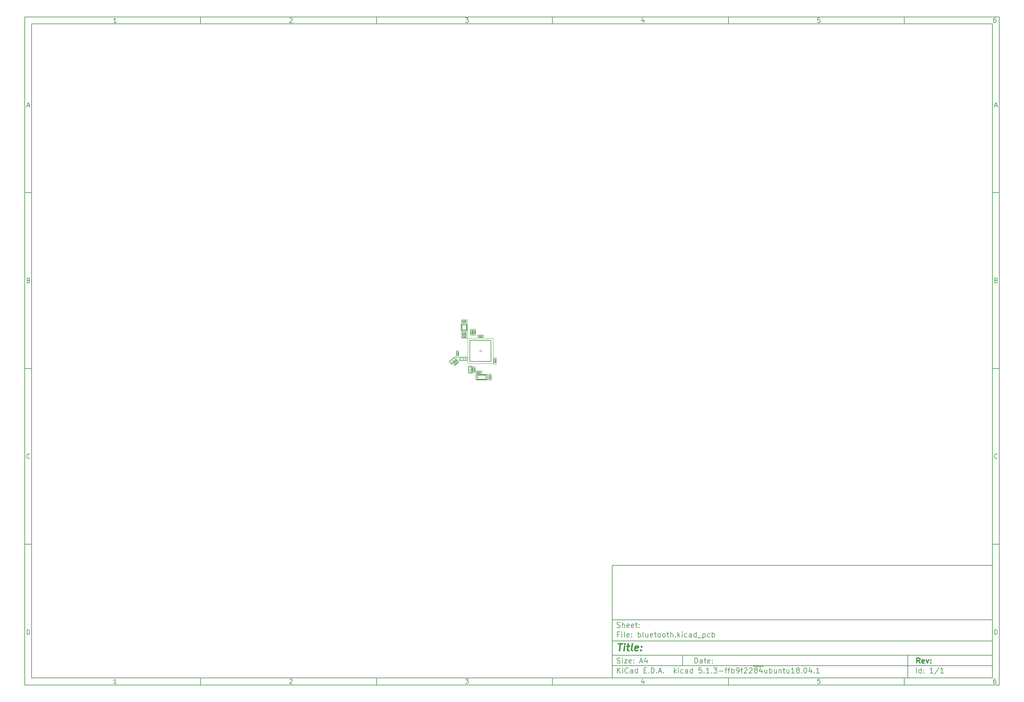
<source format=gbr>
%TF.GenerationSoftware,KiCad,Pcbnew,5.1.3-ffb9f22~84~ubuntu18.04.1*%
%TF.CreationDate,2019-07-25T20:13:38+03:00*%
%TF.ProjectId,bluetooth,626c7565-746f-46f7-9468-2e6b69636164,rev?*%
%TF.SameCoordinates,Original*%
%TF.FileFunction,Other,User*%
%FSLAX45Y45*%
G04 Gerber Fmt 4.5, Leading zero omitted, Abs format (unit mm)*
G04 Created by KiCad (PCBNEW 5.1.3-ffb9f22~84~ubuntu18.04.1) date 2019-07-25 20:13:38*
%MOMM*%
%LPD*%
G04 APERTURE LIST*
%ADD10C,0.100000*%
%ADD11C,0.150000*%
%ADD12C,0.300000*%
%ADD13C,0.400000*%
%ADD14C,0.200000*%
G04 APERTURE END LIST*
D10*
D11*
X17700220Y-16600720D02*
X17700220Y-19800720D01*
X28500220Y-19800720D01*
X28500220Y-16600720D01*
X17700220Y-16600720D01*
D10*
D11*
X1000000Y-1000000D02*
X1000000Y-20000720D01*
X28700220Y-20000720D01*
X28700220Y-1000000D01*
X1000000Y-1000000D01*
D10*
D11*
X1200000Y-1200000D02*
X1200000Y-19800720D01*
X28500220Y-19800720D01*
X28500220Y-1200000D01*
X1200000Y-1200000D01*
D10*
D11*
X6000000Y-1200000D02*
X6000000Y-1000000D01*
D10*
D11*
X11000000Y-1200000D02*
X11000000Y-1000000D01*
D10*
D11*
X16000000Y-1200000D02*
X16000000Y-1000000D01*
D10*
D11*
X21000000Y-1200000D02*
X21000000Y-1000000D01*
D10*
D11*
X26000000Y-1200000D02*
X26000000Y-1000000D01*
D10*
D11*
X3606548Y-1158810D02*
X3532262Y-1158810D01*
X3569405Y-1158810D02*
X3569405Y-1028809D01*
X3557024Y-1047381D01*
X3544643Y-1059762D01*
X3532262Y-1065952D01*
D10*
D11*
X8532262Y-1041190D02*
X8538452Y-1035000D01*
X8550833Y-1028809D01*
X8581786Y-1028809D01*
X8594167Y-1035000D01*
X8600357Y-1041190D01*
X8606548Y-1053571D01*
X8606548Y-1065952D01*
X8600357Y-1084524D01*
X8526071Y-1158810D01*
X8606548Y-1158810D01*
D10*
D11*
X13526071Y-1028809D02*
X13606548Y-1028809D01*
X13563214Y-1078333D01*
X13581786Y-1078333D01*
X13594167Y-1084524D01*
X13600357Y-1090714D01*
X13606548Y-1103095D01*
X13606548Y-1134048D01*
X13600357Y-1146429D01*
X13594167Y-1152619D01*
X13581786Y-1158810D01*
X13544643Y-1158810D01*
X13532262Y-1152619D01*
X13526071Y-1146429D01*
D10*
D11*
X18594167Y-1072143D02*
X18594167Y-1158810D01*
X18563214Y-1022619D02*
X18532262Y-1115476D01*
X18612738Y-1115476D01*
D10*
D11*
X23600357Y-1028809D02*
X23538452Y-1028809D01*
X23532262Y-1090714D01*
X23538452Y-1084524D01*
X23550833Y-1078333D01*
X23581786Y-1078333D01*
X23594167Y-1084524D01*
X23600357Y-1090714D01*
X23606548Y-1103095D01*
X23606548Y-1134048D01*
X23600357Y-1146429D01*
X23594167Y-1152619D01*
X23581786Y-1158810D01*
X23550833Y-1158810D01*
X23538452Y-1152619D01*
X23532262Y-1146429D01*
D10*
D11*
X28594167Y-1028809D02*
X28569405Y-1028809D01*
X28557024Y-1035000D01*
X28550833Y-1041190D01*
X28538452Y-1059762D01*
X28532262Y-1084524D01*
X28532262Y-1134048D01*
X28538452Y-1146429D01*
X28544643Y-1152619D01*
X28557024Y-1158810D01*
X28581786Y-1158810D01*
X28594167Y-1152619D01*
X28600357Y-1146429D01*
X28606548Y-1134048D01*
X28606548Y-1103095D01*
X28600357Y-1090714D01*
X28594167Y-1084524D01*
X28581786Y-1078333D01*
X28557024Y-1078333D01*
X28544643Y-1084524D01*
X28538452Y-1090714D01*
X28532262Y-1103095D01*
D10*
D11*
X6000000Y-19800720D02*
X6000000Y-20000720D01*
D10*
D11*
X11000000Y-19800720D02*
X11000000Y-20000720D01*
D10*
D11*
X16000000Y-19800720D02*
X16000000Y-20000720D01*
D10*
D11*
X21000000Y-19800720D02*
X21000000Y-20000720D01*
D10*
D11*
X26000000Y-19800720D02*
X26000000Y-20000720D01*
D10*
D11*
X3606548Y-19959530D02*
X3532262Y-19959530D01*
X3569405Y-19959530D02*
X3569405Y-19829530D01*
X3557024Y-19848101D01*
X3544643Y-19860482D01*
X3532262Y-19866672D01*
D10*
D11*
X8532262Y-19841910D02*
X8538452Y-19835720D01*
X8550833Y-19829530D01*
X8581786Y-19829530D01*
X8594167Y-19835720D01*
X8600357Y-19841910D01*
X8606548Y-19854291D01*
X8606548Y-19866672D01*
X8600357Y-19885244D01*
X8526071Y-19959530D01*
X8606548Y-19959530D01*
D10*
D11*
X13526071Y-19829530D02*
X13606548Y-19829530D01*
X13563214Y-19879053D01*
X13581786Y-19879053D01*
X13594167Y-19885244D01*
X13600357Y-19891434D01*
X13606548Y-19903815D01*
X13606548Y-19934768D01*
X13600357Y-19947149D01*
X13594167Y-19953339D01*
X13581786Y-19959530D01*
X13544643Y-19959530D01*
X13532262Y-19953339D01*
X13526071Y-19947149D01*
D10*
D11*
X18594167Y-19872863D02*
X18594167Y-19959530D01*
X18563214Y-19823339D02*
X18532262Y-19916196D01*
X18612738Y-19916196D01*
D10*
D11*
X23600357Y-19829530D02*
X23538452Y-19829530D01*
X23532262Y-19891434D01*
X23538452Y-19885244D01*
X23550833Y-19879053D01*
X23581786Y-19879053D01*
X23594167Y-19885244D01*
X23600357Y-19891434D01*
X23606548Y-19903815D01*
X23606548Y-19934768D01*
X23600357Y-19947149D01*
X23594167Y-19953339D01*
X23581786Y-19959530D01*
X23550833Y-19959530D01*
X23538452Y-19953339D01*
X23532262Y-19947149D01*
D10*
D11*
X28594167Y-19829530D02*
X28569405Y-19829530D01*
X28557024Y-19835720D01*
X28550833Y-19841910D01*
X28538452Y-19860482D01*
X28532262Y-19885244D01*
X28532262Y-19934768D01*
X28538452Y-19947149D01*
X28544643Y-19953339D01*
X28557024Y-19959530D01*
X28581786Y-19959530D01*
X28594167Y-19953339D01*
X28600357Y-19947149D01*
X28606548Y-19934768D01*
X28606548Y-19903815D01*
X28600357Y-19891434D01*
X28594167Y-19885244D01*
X28581786Y-19879053D01*
X28557024Y-19879053D01*
X28544643Y-19885244D01*
X28538452Y-19891434D01*
X28532262Y-19903815D01*
D10*
D11*
X1000000Y-6000000D02*
X1200000Y-6000000D01*
D10*
D11*
X1000000Y-11000000D02*
X1200000Y-11000000D01*
D10*
D11*
X1000000Y-16000000D02*
X1200000Y-16000000D01*
D10*
D11*
X1069048Y-3521667D02*
X1130952Y-3521667D01*
X1056667Y-3558809D02*
X1100000Y-3428809D01*
X1143333Y-3558809D01*
D10*
D11*
X1109286Y-8490714D02*
X1127857Y-8496905D01*
X1134048Y-8503095D01*
X1140238Y-8515476D01*
X1140238Y-8534048D01*
X1134048Y-8546429D01*
X1127857Y-8552619D01*
X1115476Y-8558810D01*
X1065952Y-8558810D01*
X1065952Y-8428810D01*
X1109286Y-8428810D01*
X1121667Y-8435000D01*
X1127857Y-8441190D01*
X1134048Y-8453571D01*
X1134048Y-8465952D01*
X1127857Y-8478333D01*
X1121667Y-8484524D01*
X1109286Y-8490714D01*
X1065952Y-8490714D01*
D10*
D11*
X1140238Y-13546428D02*
X1134048Y-13552619D01*
X1115476Y-13558809D01*
X1103095Y-13558809D01*
X1084524Y-13552619D01*
X1072143Y-13540238D01*
X1065952Y-13527857D01*
X1059762Y-13503095D01*
X1059762Y-13484524D01*
X1065952Y-13459762D01*
X1072143Y-13447381D01*
X1084524Y-13435000D01*
X1103095Y-13428809D01*
X1115476Y-13428809D01*
X1134048Y-13435000D01*
X1140238Y-13441190D01*
D10*
D11*
X1065952Y-18558810D02*
X1065952Y-18428810D01*
X1096905Y-18428810D01*
X1115476Y-18435000D01*
X1127857Y-18447381D01*
X1134048Y-18459762D01*
X1140238Y-18484524D01*
X1140238Y-18503095D01*
X1134048Y-18527857D01*
X1127857Y-18540238D01*
X1115476Y-18552619D01*
X1096905Y-18558810D01*
X1065952Y-18558810D01*
D10*
D11*
X28700220Y-6000000D02*
X28500220Y-6000000D01*
D10*
D11*
X28700220Y-11000000D02*
X28500220Y-11000000D01*
D10*
D11*
X28700220Y-16000000D02*
X28500220Y-16000000D01*
D10*
D11*
X28569268Y-3521667D02*
X28631172Y-3521667D01*
X28556887Y-3558809D02*
X28600220Y-3428809D01*
X28643553Y-3558809D01*
D10*
D11*
X28609506Y-8490714D02*
X28628077Y-8496905D01*
X28634268Y-8503095D01*
X28640458Y-8515476D01*
X28640458Y-8534048D01*
X28634268Y-8546429D01*
X28628077Y-8552619D01*
X28615696Y-8558810D01*
X28566172Y-8558810D01*
X28566172Y-8428810D01*
X28609506Y-8428810D01*
X28621887Y-8435000D01*
X28628077Y-8441190D01*
X28634268Y-8453571D01*
X28634268Y-8465952D01*
X28628077Y-8478333D01*
X28621887Y-8484524D01*
X28609506Y-8490714D01*
X28566172Y-8490714D01*
D10*
D11*
X28640458Y-13546428D02*
X28634268Y-13552619D01*
X28615696Y-13558809D01*
X28603315Y-13558809D01*
X28584744Y-13552619D01*
X28572363Y-13540238D01*
X28566172Y-13527857D01*
X28559982Y-13503095D01*
X28559982Y-13484524D01*
X28566172Y-13459762D01*
X28572363Y-13447381D01*
X28584744Y-13435000D01*
X28603315Y-13428809D01*
X28615696Y-13428809D01*
X28634268Y-13435000D01*
X28640458Y-13441190D01*
D10*
D11*
X28566172Y-18558810D02*
X28566172Y-18428810D01*
X28597125Y-18428810D01*
X28615696Y-18435000D01*
X28628077Y-18447381D01*
X28634268Y-18459762D01*
X28640458Y-18484524D01*
X28640458Y-18503095D01*
X28634268Y-18527857D01*
X28628077Y-18540238D01*
X28615696Y-18552619D01*
X28597125Y-18558810D01*
X28566172Y-18558810D01*
D10*
D11*
X20043434Y-19378577D02*
X20043434Y-19228577D01*
X20079149Y-19228577D01*
X20100577Y-19235720D01*
X20114863Y-19250006D01*
X20122006Y-19264291D01*
X20129149Y-19292863D01*
X20129149Y-19314291D01*
X20122006Y-19342863D01*
X20114863Y-19357149D01*
X20100577Y-19371434D01*
X20079149Y-19378577D01*
X20043434Y-19378577D01*
X20257720Y-19378577D02*
X20257720Y-19300006D01*
X20250577Y-19285720D01*
X20236291Y-19278577D01*
X20207720Y-19278577D01*
X20193434Y-19285720D01*
X20257720Y-19371434D02*
X20243434Y-19378577D01*
X20207720Y-19378577D01*
X20193434Y-19371434D01*
X20186291Y-19357149D01*
X20186291Y-19342863D01*
X20193434Y-19328577D01*
X20207720Y-19321434D01*
X20243434Y-19321434D01*
X20257720Y-19314291D01*
X20307720Y-19278577D02*
X20364863Y-19278577D01*
X20329149Y-19228577D02*
X20329149Y-19357149D01*
X20336291Y-19371434D01*
X20350577Y-19378577D01*
X20364863Y-19378577D01*
X20472006Y-19371434D02*
X20457720Y-19378577D01*
X20429149Y-19378577D01*
X20414863Y-19371434D01*
X20407720Y-19357149D01*
X20407720Y-19300006D01*
X20414863Y-19285720D01*
X20429149Y-19278577D01*
X20457720Y-19278577D01*
X20472006Y-19285720D01*
X20479149Y-19300006D01*
X20479149Y-19314291D01*
X20407720Y-19328577D01*
X20543434Y-19364291D02*
X20550577Y-19371434D01*
X20543434Y-19378577D01*
X20536291Y-19371434D01*
X20543434Y-19364291D01*
X20543434Y-19378577D01*
X20543434Y-19285720D02*
X20550577Y-19292863D01*
X20543434Y-19300006D01*
X20536291Y-19292863D01*
X20543434Y-19285720D01*
X20543434Y-19300006D01*
D10*
D11*
X17700220Y-19450720D02*
X28500220Y-19450720D01*
D10*
D11*
X17843434Y-19658577D02*
X17843434Y-19508577D01*
X17929149Y-19658577D02*
X17864863Y-19572863D01*
X17929149Y-19508577D02*
X17843434Y-19594291D01*
X17993434Y-19658577D02*
X17993434Y-19558577D01*
X17993434Y-19508577D02*
X17986291Y-19515720D01*
X17993434Y-19522863D01*
X18000577Y-19515720D01*
X17993434Y-19508577D01*
X17993434Y-19522863D01*
X18150577Y-19644291D02*
X18143434Y-19651434D01*
X18122006Y-19658577D01*
X18107720Y-19658577D01*
X18086291Y-19651434D01*
X18072006Y-19637149D01*
X18064863Y-19622863D01*
X18057720Y-19594291D01*
X18057720Y-19572863D01*
X18064863Y-19544291D01*
X18072006Y-19530006D01*
X18086291Y-19515720D01*
X18107720Y-19508577D01*
X18122006Y-19508577D01*
X18143434Y-19515720D01*
X18150577Y-19522863D01*
X18279149Y-19658577D02*
X18279149Y-19580006D01*
X18272006Y-19565720D01*
X18257720Y-19558577D01*
X18229149Y-19558577D01*
X18214863Y-19565720D01*
X18279149Y-19651434D02*
X18264863Y-19658577D01*
X18229149Y-19658577D01*
X18214863Y-19651434D01*
X18207720Y-19637149D01*
X18207720Y-19622863D01*
X18214863Y-19608577D01*
X18229149Y-19601434D01*
X18264863Y-19601434D01*
X18279149Y-19594291D01*
X18414863Y-19658577D02*
X18414863Y-19508577D01*
X18414863Y-19651434D02*
X18400577Y-19658577D01*
X18372006Y-19658577D01*
X18357720Y-19651434D01*
X18350577Y-19644291D01*
X18343434Y-19630006D01*
X18343434Y-19587149D01*
X18350577Y-19572863D01*
X18357720Y-19565720D01*
X18372006Y-19558577D01*
X18400577Y-19558577D01*
X18414863Y-19565720D01*
X18600577Y-19580006D02*
X18650577Y-19580006D01*
X18672006Y-19658577D02*
X18600577Y-19658577D01*
X18600577Y-19508577D01*
X18672006Y-19508577D01*
X18736291Y-19644291D02*
X18743434Y-19651434D01*
X18736291Y-19658577D01*
X18729149Y-19651434D01*
X18736291Y-19644291D01*
X18736291Y-19658577D01*
X18807720Y-19658577D02*
X18807720Y-19508577D01*
X18843434Y-19508577D01*
X18864863Y-19515720D01*
X18879149Y-19530006D01*
X18886291Y-19544291D01*
X18893434Y-19572863D01*
X18893434Y-19594291D01*
X18886291Y-19622863D01*
X18879149Y-19637149D01*
X18864863Y-19651434D01*
X18843434Y-19658577D01*
X18807720Y-19658577D01*
X18957720Y-19644291D02*
X18964863Y-19651434D01*
X18957720Y-19658577D01*
X18950577Y-19651434D01*
X18957720Y-19644291D01*
X18957720Y-19658577D01*
X19022006Y-19615720D02*
X19093434Y-19615720D01*
X19007720Y-19658577D02*
X19057720Y-19508577D01*
X19107720Y-19658577D01*
X19157720Y-19644291D02*
X19164863Y-19651434D01*
X19157720Y-19658577D01*
X19150577Y-19651434D01*
X19157720Y-19644291D01*
X19157720Y-19658577D01*
X19457720Y-19658577D02*
X19457720Y-19508577D01*
X19472006Y-19601434D02*
X19514863Y-19658577D01*
X19514863Y-19558577D02*
X19457720Y-19615720D01*
X19579149Y-19658577D02*
X19579149Y-19558577D01*
X19579149Y-19508577D02*
X19572006Y-19515720D01*
X19579149Y-19522863D01*
X19586291Y-19515720D01*
X19579149Y-19508577D01*
X19579149Y-19522863D01*
X19714863Y-19651434D02*
X19700577Y-19658577D01*
X19672006Y-19658577D01*
X19657720Y-19651434D01*
X19650577Y-19644291D01*
X19643434Y-19630006D01*
X19643434Y-19587149D01*
X19650577Y-19572863D01*
X19657720Y-19565720D01*
X19672006Y-19558577D01*
X19700577Y-19558577D01*
X19714863Y-19565720D01*
X19843434Y-19658577D02*
X19843434Y-19580006D01*
X19836291Y-19565720D01*
X19822006Y-19558577D01*
X19793434Y-19558577D01*
X19779149Y-19565720D01*
X19843434Y-19651434D02*
X19829149Y-19658577D01*
X19793434Y-19658577D01*
X19779149Y-19651434D01*
X19772006Y-19637149D01*
X19772006Y-19622863D01*
X19779149Y-19608577D01*
X19793434Y-19601434D01*
X19829149Y-19601434D01*
X19843434Y-19594291D01*
X19979149Y-19658577D02*
X19979149Y-19508577D01*
X19979149Y-19651434D02*
X19964863Y-19658577D01*
X19936291Y-19658577D01*
X19922006Y-19651434D01*
X19914863Y-19644291D01*
X19907720Y-19630006D01*
X19907720Y-19587149D01*
X19914863Y-19572863D01*
X19922006Y-19565720D01*
X19936291Y-19558577D01*
X19964863Y-19558577D01*
X19979149Y-19565720D01*
X20236291Y-19508577D02*
X20164863Y-19508577D01*
X20157720Y-19580006D01*
X20164863Y-19572863D01*
X20179149Y-19565720D01*
X20214863Y-19565720D01*
X20229149Y-19572863D01*
X20236291Y-19580006D01*
X20243434Y-19594291D01*
X20243434Y-19630006D01*
X20236291Y-19644291D01*
X20229149Y-19651434D01*
X20214863Y-19658577D01*
X20179149Y-19658577D01*
X20164863Y-19651434D01*
X20157720Y-19644291D01*
X20307720Y-19644291D02*
X20314863Y-19651434D01*
X20307720Y-19658577D01*
X20300577Y-19651434D01*
X20307720Y-19644291D01*
X20307720Y-19658577D01*
X20457720Y-19658577D02*
X20372006Y-19658577D01*
X20414863Y-19658577D02*
X20414863Y-19508577D01*
X20400577Y-19530006D01*
X20386291Y-19544291D01*
X20372006Y-19551434D01*
X20522006Y-19644291D02*
X20529149Y-19651434D01*
X20522006Y-19658577D01*
X20514863Y-19651434D01*
X20522006Y-19644291D01*
X20522006Y-19658577D01*
X20579149Y-19508577D02*
X20672006Y-19508577D01*
X20622006Y-19565720D01*
X20643434Y-19565720D01*
X20657720Y-19572863D01*
X20664863Y-19580006D01*
X20672006Y-19594291D01*
X20672006Y-19630006D01*
X20664863Y-19644291D01*
X20657720Y-19651434D01*
X20643434Y-19658577D01*
X20600577Y-19658577D01*
X20586291Y-19651434D01*
X20579149Y-19644291D01*
X20736291Y-19601434D02*
X20850577Y-19601434D01*
X20900577Y-19558577D02*
X20957720Y-19558577D01*
X20922006Y-19658577D02*
X20922006Y-19530006D01*
X20929149Y-19515720D01*
X20943434Y-19508577D01*
X20957720Y-19508577D01*
X20986291Y-19558577D02*
X21043434Y-19558577D01*
X21007720Y-19658577D02*
X21007720Y-19530006D01*
X21014863Y-19515720D01*
X21029149Y-19508577D01*
X21043434Y-19508577D01*
X21093434Y-19658577D02*
X21093434Y-19508577D01*
X21093434Y-19565720D02*
X21107720Y-19558577D01*
X21136291Y-19558577D01*
X21150577Y-19565720D01*
X21157720Y-19572863D01*
X21164863Y-19587149D01*
X21164863Y-19630006D01*
X21157720Y-19644291D01*
X21150577Y-19651434D01*
X21136291Y-19658577D01*
X21107720Y-19658577D01*
X21093434Y-19651434D01*
X21236291Y-19658577D02*
X21264863Y-19658577D01*
X21279149Y-19651434D01*
X21286291Y-19644291D01*
X21300577Y-19622863D01*
X21307720Y-19594291D01*
X21307720Y-19537149D01*
X21300577Y-19522863D01*
X21293434Y-19515720D01*
X21279149Y-19508577D01*
X21250577Y-19508577D01*
X21236291Y-19515720D01*
X21229149Y-19522863D01*
X21222006Y-19537149D01*
X21222006Y-19572863D01*
X21229149Y-19587149D01*
X21236291Y-19594291D01*
X21250577Y-19601434D01*
X21279149Y-19601434D01*
X21293434Y-19594291D01*
X21300577Y-19587149D01*
X21307720Y-19572863D01*
X21350577Y-19558577D02*
X21407720Y-19558577D01*
X21372006Y-19658577D02*
X21372006Y-19530006D01*
X21379149Y-19515720D01*
X21393434Y-19508577D01*
X21407720Y-19508577D01*
X21450577Y-19522863D02*
X21457720Y-19515720D01*
X21472006Y-19508577D01*
X21507720Y-19508577D01*
X21522006Y-19515720D01*
X21529149Y-19522863D01*
X21536291Y-19537149D01*
X21536291Y-19551434D01*
X21529149Y-19572863D01*
X21443434Y-19658577D01*
X21536291Y-19658577D01*
X21593434Y-19522863D02*
X21600577Y-19515720D01*
X21614863Y-19508577D01*
X21650577Y-19508577D01*
X21664863Y-19515720D01*
X21672006Y-19522863D01*
X21679149Y-19537149D01*
X21679149Y-19551434D01*
X21672006Y-19572863D01*
X21586291Y-19658577D01*
X21679149Y-19658577D01*
X21707720Y-19467720D02*
X21850577Y-19467720D01*
X21764863Y-19572863D02*
X21750577Y-19565720D01*
X21743434Y-19558577D01*
X21736291Y-19544291D01*
X21736291Y-19537149D01*
X21743434Y-19522863D01*
X21750577Y-19515720D01*
X21764863Y-19508577D01*
X21793434Y-19508577D01*
X21807720Y-19515720D01*
X21814863Y-19522863D01*
X21822006Y-19537149D01*
X21822006Y-19544291D01*
X21814863Y-19558577D01*
X21807720Y-19565720D01*
X21793434Y-19572863D01*
X21764863Y-19572863D01*
X21750577Y-19580006D01*
X21743434Y-19587149D01*
X21736291Y-19601434D01*
X21736291Y-19630006D01*
X21743434Y-19644291D01*
X21750577Y-19651434D01*
X21764863Y-19658577D01*
X21793434Y-19658577D01*
X21807720Y-19651434D01*
X21814863Y-19644291D01*
X21822006Y-19630006D01*
X21822006Y-19601434D01*
X21814863Y-19587149D01*
X21807720Y-19580006D01*
X21793434Y-19572863D01*
X21850577Y-19467720D02*
X21993434Y-19467720D01*
X21950577Y-19558577D02*
X21950577Y-19658577D01*
X21914863Y-19501434D02*
X21879149Y-19608577D01*
X21972006Y-19608577D01*
X22093434Y-19558577D02*
X22093434Y-19658577D01*
X22029149Y-19558577D02*
X22029149Y-19637149D01*
X22036291Y-19651434D01*
X22050577Y-19658577D01*
X22072006Y-19658577D01*
X22086291Y-19651434D01*
X22093434Y-19644291D01*
X22164863Y-19658577D02*
X22164863Y-19508577D01*
X22164863Y-19565720D02*
X22179149Y-19558577D01*
X22207720Y-19558577D01*
X22222006Y-19565720D01*
X22229149Y-19572863D01*
X22236291Y-19587149D01*
X22236291Y-19630006D01*
X22229149Y-19644291D01*
X22222006Y-19651434D01*
X22207720Y-19658577D01*
X22179149Y-19658577D01*
X22164863Y-19651434D01*
X22364863Y-19558577D02*
X22364863Y-19658577D01*
X22300577Y-19558577D02*
X22300577Y-19637149D01*
X22307720Y-19651434D01*
X22322006Y-19658577D01*
X22343434Y-19658577D01*
X22357720Y-19651434D01*
X22364863Y-19644291D01*
X22436291Y-19558577D02*
X22436291Y-19658577D01*
X22436291Y-19572863D02*
X22443434Y-19565720D01*
X22457720Y-19558577D01*
X22479148Y-19558577D01*
X22493434Y-19565720D01*
X22500577Y-19580006D01*
X22500577Y-19658577D01*
X22550577Y-19558577D02*
X22607720Y-19558577D01*
X22572006Y-19508577D02*
X22572006Y-19637149D01*
X22579148Y-19651434D01*
X22593434Y-19658577D01*
X22607720Y-19658577D01*
X22722006Y-19558577D02*
X22722006Y-19658577D01*
X22657720Y-19558577D02*
X22657720Y-19637149D01*
X22664863Y-19651434D01*
X22679148Y-19658577D01*
X22700577Y-19658577D01*
X22714863Y-19651434D01*
X22722006Y-19644291D01*
X22872006Y-19658577D02*
X22786291Y-19658577D01*
X22829148Y-19658577D02*
X22829148Y-19508577D01*
X22814863Y-19530006D01*
X22800577Y-19544291D01*
X22786291Y-19551434D01*
X22957720Y-19572863D02*
X22943434Y-19565720D01*
X22936291Y-19558577D01*
X22929148Y-19544291D01*
X22929148Y-19537149D01*
X22936291Y-19522863D01*
X22943434Y-19515720D01*
X22957720Y-19508577D01*
X22986291Y-19508577D01*
X23000577Y-19515720D01*
X23007720Y-19522863D01*
X23014863Y-19537149D01*
X23014863Y-19544291D01*
X23007720Y-19558577D01*
X23000577Y-19565720D01*
X22986291Y-19572863D01*
X22957720Y-19572863D01*
X22943434Y-19580006D01*
X22936291Y-19587149D01*
X22929148Y-19601434D01*
X22929148Y-19630006D01*
X22936291Y-19644291D01*
X22943434Y-19651434D01*
X22957720Y-19658577D01*
X22986291Y-19658577D01*
X23000577Y-19651434D01*
X23007720Y-19644291D01*
X23014863Y-19630006D01*
X23014863Y-19601434D01*
X23007720Y-19587149D01*
X23000577Y-19580006D01*
X22986291Y-19572863D01*
X23079148Y-19644291D02*
X23086291Y-19651434D01*
X23079148Y-19658577D01*
X23072006Y-19651434D01*
X23079148Y-19644291D01*
X23079148Y-19658577D01*
X23179148Y-19508577D02*
X23193434Y-19508577D01*
X23207720Y-19515720D01*
X23214863Y-19522863D01*
X23222006Y-19537149D01*
X23229148Y-19565720D01*
X23229148Y-19601434D01*
X23222006Y-19630006D01*
X23214863Y-19644291D01*
X23207720Y-19651434D01*
X23193434Y-19658577D01*
X23179148Y-19658577D01*
X23164863Y-19651434D01*
X23157720Y-19644291D01*
X23150577Y-19630006D01*
X23143434Y-19601434D01*
X23143434Y-19565720D01*
X23150577Y-19537149D01*
X23157720Y-19522863D01*
X23164863Y-19515720D01*
X23179148Y-19508577D01*
X23357720Y-19558577D02*
X23357720Y-19658577D01*
X23322006Y-19501434D02*
X23286291Y-19608577D01*
X23379148Y-19608577D01*
X23436291Y-19644291D02*
X23443434Y-19651434D01*
X23436291Y-19658577D01*
X23429148Y-19651434D01*
X23436291Y-19644291D01*
X23436291Y-19658577D01*
X23586291Y-19658577D02*
X23500577Y-19658577D01*
X23543434Y-19658577D02*
X23543434Y-19508577D01*
X23529148Y-19530006D01*
X23514863Y-19544291D01*
X23500577Y-19551434D01*
D10*
D11*
X17700220Y-19150720D02*
X28500220Y-19150720D01*
D10*
D12*
X26441148Y-19378577D02*
X26391148Y-19307149D01*
X26355434Y-19378577D02*
X26355434Y-19228577D01*
X26412577Y-19228577D01*
X26426863Y-19235720D01*
X26434006Y-19242863D01*
X26441148Y-19257149D01*
X26441148Y-19278577D01*
X26434006Y-19292863D01*
X26426863Y-19300006D01*
X26412577Y-19307149D01*
X26355434Y-19307149D01*
X26562577Y-19371434D02*
X26548291Y-19378577D01*
X26519720Y-19378577D01*
X26505434Y-19371434D01*
X26498291Y-19357149D01*
X26498291Y-19300006D01*
X26505434Y-19285720D01*
X26519720Y-19278577D01*
X26548291Y-19278577D01*
X26562577Y-19285720D01*
X26569720Y-19300006D01*
X26569720Y-19314291D01*
X26498291Y-19328577D01*
X26619720Y-19278577D02*
X26655434Y-19378577D01*
X26691148Y-19278577D01*
X26748291Y-19364291D02*
X26755434Y-19371434D01*
X26748291Y-19378577D01*
X26741148Y-19371434D01*
X26748291Y-19364291D01*
X26748291Y-19378577D01*
X26748291Y-19285720D02*
X26755434Y-19292863D01*
X26748291Y-19300006D01*
X26741148Y-19292863D01*
X26748291Y-19285720D01*
X26748291Y-19300006D01*
D10*
D11*
X17836291Y-19371434D02*
X17857720Y-19378577D01*
X17893434Y-19378577D01*
X17907720Y-19371434D01*
X17914863Y-19364291D01*
X17922006Y-19350006D01*
X17922006Y-19335720D01*
X17914863Y-19321434D01*
X17907720Y-19314291D01*
X17893434Y-19307149D01*
X17864863Y-19300006D01*
X17850577Y-19292863D01*
X17843434Y-19285720D01*
X17836291Y-19271434D01*
X17836291Y-19257149D01*
X17843434Y-19242863D01*
X17850577Y-19235720D01*
X17864863Y-19228577D01*
X17900577Y-19228577D01*
X17922006Y-19235720D01*
X17986291Y-19378577D02*
X17986291Y-19278577D01*
X17986291Y-19228577D02*
X17979149Y-19235720D01*
X17986291Y-19242863D01*
X17993434Y-19235720D01*
X17986291Y-19228577D01*
X17986291Y-19242863D01*
X18043434Y-19278577D02*
X18122006Y-19278577D01*
X18043434Y-19378577D01*
X18122006Y-19378577D01*
X18236291Y-19371434D02*
X18222006Y-19378577D01*
X18193434Y-19378577D01*
X18179149Y-19371434D01*
X18172006Y-19357149D01*
X18172006Y-19300006D01*
X18179149Y-19285720D01*
X18193434Y-19278577D01*
X18222006Y-19278577D01*
X18236291Y-19285720D01*
X18243434Y-19300006D01*
X18243434Y-19314291D01*
X18172006Y-19328577D01*
X18307720Y-19364291D02*
X18314863Y-19371434D01*
X18307720Y-19378577D01*
X18300577Y-19371434D01*
X18307720Y-19364291D01*
X18307720Y-19378577D01*
X18307720Y-19285720D02*
X18314863Y-19292863D01*
X18307720Y-19300006D01*
X18300577Y-19292863D01*
X18307720Y-19285720D01*
X18307720Y-19300006D01*
X18486291Y-19335720D02*
X18557720Y-19335720D01*
X18472006Y-19378577D02*
X18522006Y-19228577D01*
X18572006Y-19378577D01*
X18686291Y-19278577D02*
X18686291Y-19378577D01*
X18650577Y-19221434D02*
X18614863Y-19328577D01*
X18707720Y-19328577D01*
D10*
D11*
X26343434Y-19658577D02*
X26343434Y-19508577D01*
X26479148Y-19658577D02*
X26479148Y-19508577D01*
X26479148Y-19651434D02*
X26464863Y-19658577D01*
X26436291Y-19658577D01*
X26422006Y-19651434D01*
X26414863Y-19644291D01*
X26407720Y-19630006D01*
X26407720Y-19587149D01*
X26414863Y-19572863D01*
X26422006Y-19565720D01*
X26436291Y-19558577D01*
X26464863Y-19558577D01*
X26479148Y-19565720D01*
X26550577Y-19644291D02*
X26557720Y-19651434D01*
X26550577Y-19658577D01*
X26543434Y-19651434D01*
X26550577Y-19644291D01*
X26550577Y-19658577D01*
X26550577Y-19565720D02*
X26557720Y-19572863D01*
X26550577Y-19580006D01*
X26543434Y-19572863D01*
X26550577Y-19565720D01*
X26550577Y-19580006D01*
X26814863Y-19658577D02*
X26729148Y-19658577D01*
X26772006Y-19658577D02*
X26772006Y-19508577D01*
X26757720Y-19530006D01*
X26743434Y-19544291D01*
X26729148Y-19551434D01*
X26986291Y-19501434D02*
X26857720Y-19694291D01*
X27114863Y-19658577D02*
X27029148Y-19658577D01*
X27072006Y-19658577D02*
X27072006Y-19508577D01*
X27057720Y-19530006D01*
X27043434Y-19544291D01*
X27029148Y-19551434D01*
D10*
D11*
X17700220Y-18750720D02*
X28500220Y-18750720D01*
D10*
D13*
X17871458Y-18821196D02*
X17985744Y-18821196D01*
X17903601Y-19021196D02*
X17928601Y-18821196D01*
X18027410Y-19021196D02*
X18044077Y-18887863D01*
X18052410Y-18821196D02*
X18041696Y-18830720D01*
X18050030Y-18840244D01*
X18060744Y-18830720D01*
X18052410Y-18821196D01*
X18050030Y-18840244D01*
X18110744Y-18887863D02*
X18186934Y-18887863D01*
X18147649Y-18821196D02*
X18126220Y-18992625D01*
X18133363Y-19011672D01*
X18151220Y-19021196D01*
X18170268Y-19021196D01*
X18265506Y-19021196D02*
X18247649Y-19011672D01*
X18240506Y-18992625D01*
X18261934Y-18821196D01*
X18419077Y-19011672D02*
X18398839Y-19021196D01*
X18360744Y-19021196D01*
X18342887Y-19011672D01*
X18335744Y-18992625D01*
X18345268Y-18916434D01*
X18357172Y-18897387D01*
X18377410Y-18887863D01*
X18415506Y-18887863D01*
X18433363Y-18897387D01*
X18440506Y-18916434D01*
X18438125Y-18935482D01*
X18340506Y-18954530D01*
X18515506Y-19002149D02*
X18523839Y-19011672D01*
X18513125Y-19021196D01*
X18504791Y-19011672D01*
X18515506Y-19002149D01*
X18513125Y-19021196D01*
X18528601Y-18897387D02*
X18536934Y-18906910D01*
X18526220Y-18916434D01*
X18517887Y-18906910D01*
X18528601Y-18897387D01*
X18526220Y-18916434D01*
D10*
D11*
X17893434Y-18560006D02*
X17843434Y-18560006D01*
X17843434Y-18638577D02*
X17843434Y-18488577D01*
X17914863Y-18488577D01*
X17972006Y-18638577D02*
X17972006Y-18538577D01*
X17972006Y-18488577D02*
X17964863Y-18495720D01*
X17972006Y-18502863D01*
X17979149Y-18495720D01*
X17972006Y-18488577D01*
X17972006Y-18502863D01*
X18064863Y-18638577D02*
X18050577Y-18631434D01*
X18043434Y-18617149D01*
X18043434Y-18488577D01*
X18179149Y-18631434D02*
X18164863Y-18638577D01*
X18136291Y-18638577D01*
X18122006Y-18631434D01*
X18114863Y-18617149D01*
X18114863Y-18560006D01*
X18122006Y-18545720D01*
X18136291Y-18538577D01*
X18164863Y-18538577D01*
X18179149Y-18545720D01*
X18186291Y-18560006D01*
X18186291Y-18574291D01*
X18114863Y-18588577D01*
X18250577Y-18624291D02*
X18257720Y-18631434D01*
X18250577Y-18638577D01*
X18243434Y-18631434D01*
X18250577Y-18624291D01*
X18250577Y-18638577D01*
X18250577Y-18545720D02*
X18257720Y-18552863D01*
X18250577Y-18560006D01*
X18243434Y-18552863D01*
X18250577Y-18545720D01*
X18250577Y-18560006D01*
X18436291Y-18638577D02*
X18436291Y-18488577D01*
X18436291Y-18545720D02*
X18450577Y-18538577D01*
X18479149Y-18538577D01*
X18493434Y-18545720D01*
X18500577Y-18552863D01*
X18507720Y-18567149D01*
X18507720Y-18610006D01*
X18500577Y-18624291D01*
X18493434Y-18631434D01*
X18479149Y-18638577D01*
X18450577Y-18638577D01*
X18436291Y-18631434D01*
X18593434Y-18638577D02*
X18579149Y-18631434D01*
X18572006Y-18617149D01*
X18572006Y-18488577D01*
X18714863Y-18538577D02*
X18714863Y-18638577D01*
X18650577Y-18538577D02*
X18650577Y-18617149D01*
X18657720Y-18631434D01*
X18672006Y-18638577D01*
X18693434Y-18638577D01*
X18707720Y-18631434D01*
X18714863Y-18624291D01*
X18843434Y-18631434D02*
X18829149Y-18638577D01*
X18800577Y-18638577D01*
X18786291Y-18631434D01*
X18779149Y-18617149D01*
X18779149Y-18560006D01*
X18786291Y-18545720D01*
X18800577Y-18538577D01*
X18829149Y-18538577D01*
X18843434Y-18545720D01*
X18850577Y-18560006D01*
X18850577Y-18574291D01*
X18779149Y-18588577D01*
X18893434Y-18538577D02*
X18950577Y-18538577D01*
X18914863Y-18488577D02*
X18914863Y-18617149D01*
X18922006Y-18631434D01*
X18936291Y-18638577D01*
X18950577Y-18638577D01*
X19022006Y-18638577D02*
X19007720Y-18631434D01*
X19000577Y-18624291D01*
X18993434Y-18610006D01*
X18993434Y-18567149D01*
X19000577Y-18552863D01*
X19007720Y-18545720D01*
X19022006Y-18538577D01*
X19043434Y-18538577D01*
X19057720Y-18545720D01*
X19064863Y-18552863D01*
X19072006Y-18567149D01*
X19072006Y-18610006D01*
X19064863Y-18624291D01*
X19057720Y-18631434D01*
X19043434Y-18638577D01*
X19022006Y-18638577D01*
X19157720Y-18638577D02*
X19143434Y-18631434D01*
X19136291Y-18624291D01*
X19129149Y-18610006D01*
X19129149Y-18567149D01*
X19136291Y-18552863D01*
X19143434Y-18545720D01*
X19157720Y-18538577D01*
X19179149Y-18538577D01*
X19193434Y-18545720D01*
X19200577Y-18552863D01*
X19207720Y-18567149D01*
X19207720Y-18610006D01*
X19200577Y-18624291D01*
X19193434Y-18631434D01*
X19179149Y-18638577D01*
X19157720Y-18638577D01*
X19250577Y-18538577D02*
X19307720Y-18538577D01*
X19272006Y-18488577D02*
X19272006Y-18617149D01*
X19279149Y-18631434D01*
X19293434Y-18638577D01*
X19307720Y-18638577D01*
X19357720Y-18638577D02*
X19357720Y-18488577D01*
X19422006Y-18638577D02*
X19422006Y-18560006D01*
X19414863Y-18545720D01*
X19400577Y-18538577D01*
X19379149Y-18538577D01*
X19364863Y-18545720D01*
X19357720Y-18552863D01*
X19493434Y-18624291D02*
X19500577Y-18631434D01*
X19493434Y-18638577D01*
X19486291Y-18631434D01*
X19493434Y-18624291D01*
X19493434Y-18638577D01*
X19564863Y-18638577D02*
X19564863Y-18488577D01*
X19579149Y-18581434D02*
X19622006Y-18638577D01*
X19622006Y-18538577D02*
X19564863Y-18595720D01*
X19686291Y-18638577D02*
X19686291Y-18538577D01*
X19686291Y-18488577D02*
X19679149Y-18495720D01*
X19686291Y-18502863D01*
X19693434Y-18495720D01*
X19686291Y-18488577D01*
X19686291Y-18502863D01*
X19822006Y-18631434D02*
X19807720Y-18638577D01*
X19779149Y-18638577D01*
X19764863Y-18631434D01*
X19757720Y-18624291D01*
X19750577Y-18610006D01*
X19750577Y-18567149D01*
X19757720Y-18552863D01*
X19764863Y-18545720D01*
X19779149Y-18538577D01*
X19807720Y-18538577D01*
X19822006Y-18545720D01*
X19950577Y-18638577D02*
X19950577Y-18560006D01*
X19943434Y-18545720D01*
X19929149Y-18538577D01*
X19900577Y-18538577D01*
X19886291Y-18545720D01*
X19950577Y-18631434D02*
X19936291Y-18638577D01*
X19900577Y-18638577D01*
X19886291Y-18631434D01*
X19879149Y-18617149D01*
X19879149Y-18602863D01*
X19886291Y-18588577D01*
X19900577Y-18581434D01*
X19936291Y-18581434D01*
X19950577Y-18574291D01*
X20086291Y-18638577D02*
X20086291Y-18488577D01*
X20086291Y-18631434D02*
X20072006Y-18638577D01*
X20043434Y-18638577D01*
X20029149Y-18631434D01*
X20022006Y-18624291D01*
X20014863Y-18610006D01*
X20014863Y-18567149D01*
X20022006Y-18552863D01*
X20029149Y-18545720D01*
X20043434Y-18538577D01*
X20072006Y-18538577D01*
X20086291Y-18545720D01*
X20122006Y-18652863D02*
X20236291Y-18652863D01*
X20272006Y-18538577D02*
X20272006Y-18688577D01*
X20272006Y-18545720D02*
X20286291Y-18538577D01*
X20314863Y-18538577D01*
X20329149Y-18545720D01*
X20336291Y-18552863D01*
X20343434Y-18567149D01*
X20343434Y-18610006D01*
X20336291Y-18624291D01*
X20329149Y-18631434D01*
X20314863Y-18638577D01*
X20286291Y-18638577D01*
X20272006Y-18631434D01*
X20472006Y-18631434D02*
X20457720Y-18638577D01*
X20429149Y-18638577D01*
X20414863Y-18631434D01*
X20407720Y-18624291D01*
X20400577Y-18610006D01*
X20400577Y-18567149D01*
X20407720Y-18552863D01*
X20414863Y-18545720D01*
X20429149Y-18538577D01*
X20457720Y-18538577D01*
X20472006Y-18545720D01*
X20536291Y-18638577D02*
X20536291Y-18488577D01*
X20536291Y-18545720D02*
X20550577Y-18538577D01*
X20579149Y-18538577D01*
X20593434Y-18545720D01*
X20600577Y-18552863D01*
X20607720Y-18567149D01*
X20607720Y-18610006D01*
X20600577Y-18624291D01*
X20593434Y-18631434D01*
X20579149Y-18638577D01*
X20550577Y-18638577D01*
X20536291Y-18631434D01*
D10*
D11*
X17700220Y-18150720D02*
X28500220Y-18150720D01*
D10*
D11*
X17836291Y-18361434D02*
X17857720Y-18368577D01*
X17893434Y-18368577D01*
X17907720Y-18361434D01*
X17914863Y-18354291D01*
X17922006Y-18340006D01*
X17922006Y-18325720D01*
X17914863Y-18311434D01*
X17907720Y-18304291D01*
X17893434Y-18297149D01*
X17864863Y-18290006D01*
X17850577Y-18282863D01*
X17843434Y-18275720D01*
X17836291Y-18261434D01*
X17836291Y-18247149D01*
X17843434Y-18232863D01*
X17850577Y-18225720D01*
X17864863Y-18218577D01*
X17900577Y-18218577D01*
X17922006Y-18225720D01*
X17986291Y-18368577D02*
X17986291Y-18218577D01*
X18050577Y-18368577D02*
X18050577Y-18290006D01*
X18043434Y-18275720D01*
X18029149Y-18268577D01*
X18007720Y-18268577D01*
X17993434Y-18275720D01*
X17986291Y-18282863D01*
X18179149Y-18361434D02*
X18164863Y-18368577D01*
X18136291Y-18368577D01*
X18122006Y-18361434D01*
X18114863Y-18347149D01*
X18114863Y-18290006D01*
X18122006Y-18275720D01*
X18136291Y-18268577D01*
X18164863Y-18268577D01*
X18179149Y-18275720D01*
X18186291Y-18290006D01*
X18186291Y-18304291D01*
X18114863Y-18318577D01*
X18307720Y-18361434D02*
X18293434Y-18368577D01*
X18264863Y-18368577D01*
X18250577Y-18361434D01*
X18243434Y-18347149D01*
X18243434Y-18290006D01*
X18250577Y-18275720D01*
X18264863Y-18268577D01*
X18293434Y-18268577D01*
X18307720Y-18275720D01*
X18314863Y-18290006D01*
X18314863Y-18304291D01*
X18243434Y-18318577D01*
X18357720Y-18268577D02*
X18414863Y-18268577D01*
X18379149Y-18218577D02*
X18379149Y-18347149D01*
X18386291Y-18361434D01*
X18400577Y-18368577D01*
X18414863Y-18368577D01*
X18464863Y-18354291D02*
X18472006Y-18361434D01*
X18464863Y-18368577D01*
X18457720Y-18361434D01*
X18464863Y-18354291D01*
X18464863Y-18368577D01*
X18464863Y-18275720D02*
X18472006Y-18282863D01*
X18464863Y-18290006D01*
X18457720Y-18282863D01*
X18464863Y-18275720D01*
X18464863Y-18290006D01*
D10*
D11*
X19700220Y-19150720D02*
X19700220Y-19450720D01*
D10*
D11*
X26100220Y-19150720D02*
X26100220Y-19800720D01*
D14*
X13442054Y-10068199D02*
X13442054Y-10118999D01*
X13442054Y-10118999D02*
X13543654Y-10118999D01*
D10*
X13520370Y-9649083D02*
X13465370Y-9649083D01*
X13402870Y-9684083D02*
X13402870Y-9614083D01*
D14*
X13543654Y-10068199D02*
X13442054Y-10068199D01*
X13665592Y-10019890D02*
X13716392Y-10019890D01*
D10*
X13492870Y-9676583D02*
X13492870Y-9621583D01*
X13726008Y-9879106D02*
X13656008Y-9879106D01*
X13656008Y-10059106D02*
X13656008Y-9879106D01*
X13582870Y-9969683D02*
X13402870Y-9969683D01*
D14*
X13136157Y-10856044D02*
X13258730Y-10753193D01*
D10*
X14042628Y-10113326D02*
X14042628Y-10043327D01*
D14*
X13703525Y-10950823D02*
X13617523Y-10950823D01*
X13703525Y-11110830D02*
X13703525Y-10950823D01*
D10*
X13582870Y-10058583D02*
X13402870Y-10058583D01*
X13718508Y-9969106D02*
X13663508Y-9969106D01*
X13582870Y-10039683D02*
X13582870Y-9969683D01*
D14*
X13544439Y-10675986D02*
X13384432Y-10675986D01*
X13544439Y-10770986D02*
X13544439Y-10675986D01*
X14254628Y-10195427D02*
X13650628Y-10195427D01*
X14254628Y-10799426D02*
X14254628Y-10195427D01*
D10*
X13710528Y-10913327D02*
X13610528Y-10913327D01*
X13111929Y-10885504D02*
X13047651Y-10808900D01*
X13492870Y-10121083D02*
X13492870Y-10066083D01*
X14256868Y-11334187D02*
X14186868Y-11334187D01*
X13726008Y-10059106D02*
X13726008Y-9879106D01*
X13807408Y-9969106D02*
X13752408Y-9969106D01*
D14*
X13384432Y-10770986D02*
X13544439Y-10770986D01*
X13269352Y-10629490D02*
X13320152Y-10629490D01*
X13269352Y-10527890D02*
X13269352Y-10629490D01*
D10*
X14221868Y-11271687D02*
X14221868Y-11216687D01*
X13402870Y-10039683D02*
X13402870Y-9969683D01*
D14*
X14247285Y-11295003D02*
X14247285Y-11193403D01*
X14247285Y-11193403D02*
X14196485Y-11193403D01*
X13442087Y-9674467D02*
X13543687Y-9674467D01*
X13543687Y-9623667D02*
X13442087Y-9623667D01*
D10*
X13235094Y-10857931D02*
X13277226Y-10822578D01*
X13273837Y-10861321D02*
X13238483Y-10819188D01*
X13464432Y-10768487D02*
X13464432Y-10678487D01*
X13509432Y-10723486D02*
X13419432Y-10723486D01*
X14396568Y-10871907D02*
X14396568Y-10691907D01*
X14326568Y-10871907D02*
X14326568Y-10691907D01*
X13792168Y-11030826D02*
X13737168Y-11030826D01*
D14*
X13805325Y-10019923D02*
X13805325Y-9918323D01*
X13754525Y-10019923D02*
X13805325Y-10019923D01*
X13754525Y-9918323D02*
X13754525Y-10019923D01*
D10*
X13906908Y-11129447D02*
X13906908Y-11074446D01*
X13934408Y-11101946D02*
X13879408Y-11101946D01*
X13346932Y-10773487D02*
X13346932Y-10673487D01*
X13581932Y-10773487D02*
X13581932Y-10673487D01*
X13581932Y-10673487D02*
X13346932Y-10673487D01*
X13581932Y-10773487D02*
X13346932Y-10773487D01*
X13830728Y-11299186D02*
G75*
G02X13850728Y-11319186I0J-20000D01*
G01*
X13850728Y-11169186D02*
G75*
G02X13830728Y-11189186I-20000J0D01*
G01*
X13047651Y-10808900D02*
X13227671Y-10657845D01*
X13291950Y-10734449D02*
X13227671Y-10657845D01*
X13402870Y-10128583D02*
X13402870Y-10058583D01*
X13582870Y-10128583D02*
X13402870Y-10128583D01*
D14*
X13407884Y-9721902D02*
X13407884Y-9931897D01*
D10*
X13980128Y-10078326D02*
X13925128Y-10078326D01*
X14249368Y-11244186D02*
X14194368Y-11244186D01*
D14*
X13577889Y-9931897D02*
X13577889Y-9721902D01*
X13407884Y-9931897D02*
X13577889Y-9931897D01*
D10*
X13710528Y-11148326D02*
X13710528Y-10913327D01*
X14042628Y-10113326D02*
X13862628Y-10113326D01*
X13582870Y-10039683D02*
X13402870Y-10039683D01*
X13996908Y-11136946D02*
X13816908Y-11136946D01*
X13135328Y-10800600D02*
X13204272Y-10742749D01*
X14256868Y-11154187D02*
X14186868Y-11154187D01*
D14*
X13716392Y-9918290D02*
X13665592Y-9918290D01*
X13716392Y-10019890D02*
X13716392Y-9918290D01*
X13805325Y-9918323D02*
X13754525Y-9918323D01*
D10*
X13952628Y-10547426D02*
X13952628Y-10447427D01*
D14*
X14110728Y-11304187D02*
X14110728Y-11184187D01*
X13870728Y-11304187D02*
X14110728Y-11304187D01*
X13543687Y-9674467D02*
X13543687Y-9623667D01*
D10*
X13347602Y-10809215D02*
X13302606Y-10755592D01*
X13164719Y-10871294D02*
X13302606Y-10755592D01*
X13209713Y-10924917D02*
X13347602Y-10809215D01*
X13198726Y-10806147D02*
X13140875Y-10737203D01*
X13111929Y-10885504D02*
X13291950Y-10734449D01*
D14*
X13442054Y-9979299D02*
X13442054Y-10030099D01*
D10*
X13996908Y-11136946D02*
X13996908Y-11066947D01*
X13996908Y-11066947D02*
X13816908Y-11066947D01*
X14186868Y-11334187D02*
X14186868Y-11154187D01*
D14*
X13790085Y-10980043D02*
X13739285Y-10980043D01*
X13790085Y-11081643D02*
X13790085Y-10980043D01*
X13739285Y-11081643D02*
X13790085Y-11081643D01*
X13739285Y-10980043D02*
X13739285Y-11081643D01*
X13901845Y-10052910D02*
X13901845Y-10103710D01*
X14003445Y-10052910D02*
X13901845Y-10052910D01*
X13617523Y-11110830D02*
X13703525Y-11110830D01*
X13617523Y-10950823D02*
X13617523Y-11110830D01*
X13237141Y-10895355D02*
X13313751Y-10831072D01*
X13384432Y-10675986D02*
X13384432Y-10770986D01*
D10*
X13799668Y-11120827D02*
X13799668Y-10940827D01*
X13729668Y-11120827D02*
X13729668Y-10940827D01*
D14*
X13665592Y-9918290D02*
X13665592Y-10019890D01*
X13870728Y-11184187D02*
X13870728Y-11304187D01*
X13577889Y-9721902D02*
X13407884Y-9721902D01*
X13856125Y-11076530D02*
X13856125Y-11127330D01*
X13320152Y-10527890D02*
X13269352Y-10527890D01*
X13320152Y-10629490D02*
X13320152Y-10527890D01*
D10*
X13862628Y-10113326D02*
X13862628Y-10043327D01*
X13691008Y-9996606D02*
X13691008Y-9941606D01*
X13726008Y-10059106D02*
X13656008Y-10059106D01*
X13582870Y-9684083D02*
X13582870Y-9614083D01*
X13814908Y-10059107D02*
X13814908Y-9879107D01*
X13744908Y-10059107D02*
X13744908Y-9879107D01*
X14389068Y-10781906D02*
X14334068Y-10781906D01*
D14*
X13275183Y-10785108D02*
X13198573Y-10849392D01*
X13313751Y-10831072D02*
X13275183Y-10785108D01*
X14003445Y-10103710D02*
X14003445Y-10052910D01*
X13901845Y-10103710D02*
X14003445Y-10103710D01*
X13543654Y-10030099D02*
X13543654Y-9979299D01*
X13442054Y-10030099D02*
X13543654Y-10030099D01*
X14196485Y-11193403D02*
X14196485Y-11295003D01*
D10*
X14256868Y-11334187D02*
X14256868Y-11154187D01*
X14150728Y-11189187D02*
G75*
G02X14130728Y-11169187I0J20000D01*
G01*
X14130728Y-11319187D02*
G75*
G02X14150728Y-11299187I20000J0D01*
G01*
X14042628Y-10043327D02*
X13862628Y-10043327D01*
D14*
X14150744Y-11169168D02*
X13830745Y-11169168D01*
X14150744Y-11319162D02*
X14150744Y-11169168D01*
X13080875Y-10790162D02*
X13136157Y-10856044D01*
X13427870Y-9896883D02*
X13557870Y-9896883D01*
X13427870Y-9756883D02*
X13427870Y-9896883D01*
X13557870Y-9756883D02*
X13427870Y-9756883D01*
X13650628Y-10195427D02*
X13650628Y-10799426D01*
D10*
X13582870Y-9614083D02*
X13402870Y-9614083D01*
X13592628Y-10857427D02*
X13592628Y-10137426D01*
D14*
X13543654Y-9979299D02*
X13442054Y-9979299D01*
X13203449Y-10687311D02*
X13080875Y-10790162D01*
X13258730Y-10753193D02*
X13203449Y-10687311D01*
D10*
X13816908Y-11136946D02*
X13816908Y-11066947D01*
X13705528Y-11030826D02*
X13615528Y-11030826D01*
X13610528Y-11148326D02*
X13610528Y-10913327D01*
D14*
X13830745Y-11169168D02*
X13830745Y-11319162D01*
D10*
X13660528Y-11075826D02*
X13660528Y-10985827D01*
X13582870Y-9684083D02*
X13402870Y-9684083D01*
D14*
X13650628Y-10799426D02*
X14254628Y-10799426D01*
X13198573Y-10849392D02*
X13237141Y-10895355D01*
D10*
X13779908Y-9996607D02*
X13779908Y-9941607D01*
X13814908Y-9879107D02*
X13744908Y-9879107D01*
X13814908Y-10059107D02*
X13744908Y-10059107D01*
X13764668Y-11058327D02*
X13764668Y-11003327D01*
X13799668Y-10940827D02*
X13729668Y-10940827D01*
X13799668Y-11120827D02*
X13729668Y-11120827D01*
X13952628Y-10105827D02*
X13952628Y-10050826D01*
X14312628Y-10857427D02*
X14312628Y-10137426D01*
D14*
X14336185Y-10731123D02*
X14336185Y-10832723D01*
X13830745Y-11319162D02*
X14150744Y-11319162D01*
X14110728Y-11184187D02*
X13870728Y-11184187D01*
X14196485Y-11295003D02*
X14247285Y-11295003D01*
D10*
X13322268Y-10578706D02*
X13267268Y-10578706D01*
X14002628Y-10497426D02*
X13902628Y-10497426D01*
X14130728Y-11319187D02*
X13850728Y-11319187D01*
X13830728Y-11299187D02*
X13830728Y-11189186D01*
X14150728Y-11299187D02*
X14150728Y-11189186D01*
X14312628Y-10137426D02*
X13592628Y-10137426D01*
D14*
X13957725Y-11127330D02*
X13957725Y-11076530D01*
D10*
X13329768Y-10668706D02*
X13329768Y-10488706D01*
X13294768Y-10606206D02*
X13294768Y-10551206D01*
X13259768Y-10668706D02*
X13259768Y-10488706D01*
D14*
X13856125Y-11127330D02*
X13957725Y-11127330D01*
D10*
X13329768Y-10488706D02*
X13259768Y-10488706D01*
X14130728Y-11169186D02*
X13850728Y-11169186D01*
X13710528Y-11148326D02*
X13610528Y-11148326D01*
D14*
X14386985Y-10731123D02*
X14336185Y-10731123D01*
X14386985Y-10832723D02*
X14386985Y-10731123D01*
X14336185Y-10832723D02*
X14386985Y-10832723D01*
D10*
X13209713Y-10924917D02*
X13164719Y-10871294D01*
D14*
X13442087Y-9623667D02*
X13442087Y-9674467D01*
D10*
X13520370Y-10004683D02*
X13465370Y-10004683D01*
X14361568Y-10809407D02*
X14361568Y-10754407D01*
X14396568Y-10691907D02*
X14326568Y-10691907D01*
X14396568Y-10871907D02*
X14326568Y-10871907D01*
X13492870Y-10032183D02*
X13492870Y-9977183D01*
X13329768Y-10668706D02*
X13259768Y-10668706D01*
D14*
X13957725Y-11076530D02*
X13856125Y-11076530D01*
X13557870Y-9896883D02*
X13557870Y-9756883D01*
D10*
X14312628Y-10857427D02*
X13592628Y-10857427D01*
D14*
X13543654Y-10118999D02*
X13543654Y-10068199D01*
D10*
X13520370Y-10093583D02*
X13465370Y-10093583D01*
X13582870Y-10128583D02*
X13582870Y-10058583D01*
M02*

</source>
